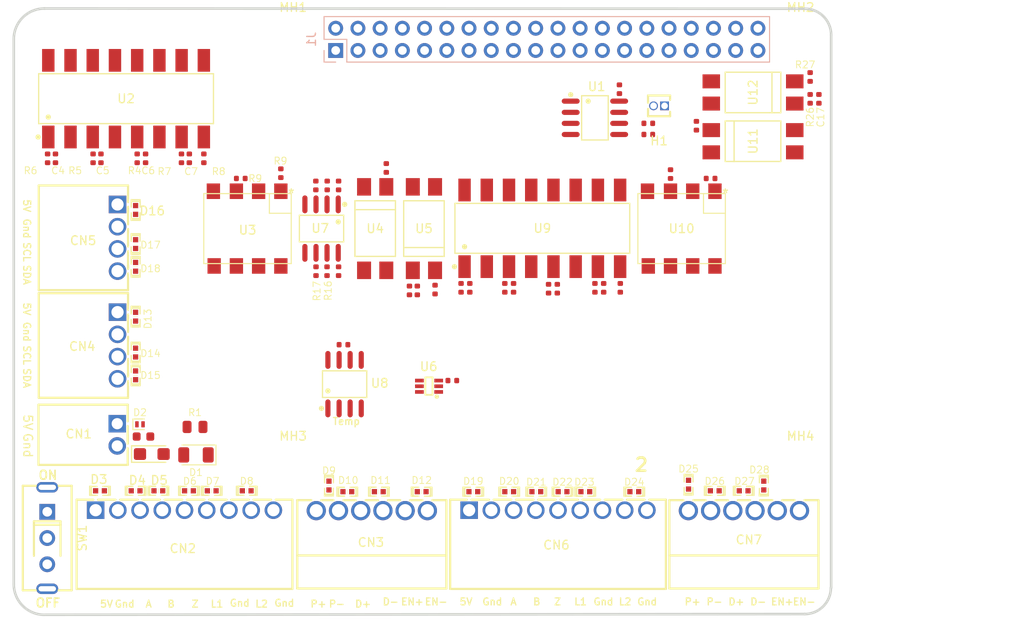
<source format=kicad_pcb>
(kicad_pcb (version 20241229) (generator "pcbnew") (generator_version "9.0")
  (title_block (date "15 nov 2012"))
  (layers (0 "F.Cu" signal) (4 "In1.Cu" power) (6 "In2.Cu" power) (2 "B.Cu" signal) (13 "F.Paste" user) (15 "B.Paste" user) (5 "F.SilkS" user "F.Silkscreen") (7 "B.SilkS" user "B.Silkscreen") (1 "F.Mask" user) (3 "B.Mask" user) (25 "Edge.Cuts" user))
  (net 0 "")
  (net 1 "GNDIO")
  (net 2 "+5V")
  (net 3 "/GPIO4{slash}GPCLK0")
  (net 4 "/GPIO14{slash}TXD0")
  (net 5 "/GPIO15{slash}RXD0")
  (net 6 "/IO/LIM_1")
  (net 7 "/IO/PUL-")
  (net 8 "Net-(D1-K)")
  (net 9 "/IO/DIR-")
  (net 10 "/IO/MF-")
  (net 11 "/GPIO10{slash}SPI0.MOSI")
  (net 12 "/GPIO9{slash}SPI0.MISO")
  (net 13 "/IO/LIM_2")
  (net 14 "/GPIO11{slash}SPI0.SCLK")
  (net 15 "/GPIO8{slash}SPI0.CE0")
  (net 16 "/GPIO7{slash}SPI0.CE1")
  (net 17 "/ID_SDA")
  (net 18 "/ID_SCL")
  (net 19 "/I2C/SDA")
  (net 20 "/I2C/SCL")
  (net 21 "/io2/LIM_1")
  (net 22 "/io2/PUL-")
  (net 23 "Net-(D2-K)")
  (net 24 "GNDPI")
  (net 27 "/io2/DIR-")
  (net 28 "/io2/MF-")
  (net 29 "E_PUL{slash}18")
  (net 30 "E_ENC_B{slash}22")
  (net 31 "E_DIR{slash}23")
  (net 32 "E_MF{slash}24")
  (net 33 "E_ENC_Z{slash}27")
  (net 34 "E_ENC_A{slash}17")
  (net 35 "/io2/LIM_2")
  (net 36 "A_LIM_2{slash}21")
  (net 37 "PI_SDA")
  (net 38 "A_ENC_A{slash}5")
  (net 39 "A_PUL{slash}13")
  (net 40 "A_MF{slash}20")
  (net 41 "PI_SCL")
  (net 42 "A_DIR{slash}19")
  (net 43 "A_LIM_1{slash}12")
  (net 44 "E_LIM_2{slash}16")
  (net 45 "E_LIM_1{slash}25")
  (net 46 "+3.3V")
  (net 47 "A_ENC_B{slash}6")
  (net 48 "/IO/ENC_B")
  (net 49 "/IO/ENC_A")
  (net 50 "/IO/ENC_Z")
  (net 51 "/io2/ENC_Z")
  (net 52 "/io2/ENC_B")
  (net 53 "/io2/ENC_A")
  (net 54 "A_ENC_Z{slash}26")
  (net 55 "Net-(U1-WP)")
  (net 57 "Net-(U2-AN1)")
  (net 58 "Net-(U2-AN2)")
  (net 59 "Net-(U2-AN3)")
  (net 60 "Net-(U2-AN4)")
  (net 61 "Net-(U9-AN1)")
  (net 62 "Net-(U9-AN2)")
  (net 63 "Net-(U9-AN3)")
  (net 64 "Net-(U9-AN4)")
  (net 65 "Net-(C17-Pad1)")
  (net 68 "Net-(R10-Pad2)")
  (net 69 "Net-(R25-Pad2)")
  (net 70 "Net-(C8-Pad1)")
  (net 71 "Net-(R9-Pad2)")
  (net 72 "Net-(R11-Pad2)")
  (net 73 "Net-(R23-Pad2)")
  (net 74 "Net-(R24-Pad2)")
  (footprint "MyParts:CONN-TH_4P-P2.54_KF2EDGR-2.54-4P" (layer "F.Cu") (at 83.434 82.49 -90)
    (property "Reference" "CN4" (at 0.11 4.034 0) (layer "F.SilkS"))
    (property "Value" "KF2EDGR-2.54-4P")
    (pad "1" thru_hole rect (at -3.81 0 270) (size 2 2) (drill 1.399997) (layers "*.Cu" "*.Mask") (net 2 "+5V"))
    (pad "2" thru_hole circle (at -1.27 0 270) (size 2 2) (drill 1.399997) (layers "*.Cu" "*.Mask") (net 1 "GNDIO"))
    (pad "3" thru_hole circle (at 1.27 0 270) (size 2 2) (drill 1.399997) (layers "*.Cu" "*.Mask") (net 20 "/I2C/SCL"))
    (pad "4" thru_hole circle (at 3.81 0 270) (size 2 2) (drill 1.399997) (layers "*.Cu" "*.Mask") (net 19 "/I2C/SDA"))
  )
  (footprint "MyParts:CONN-TH_KF2EDGR-2.54-6P" (layer "F.Cu") (at 112.5 101.3675)
    (property "Reference" "CN3" (at -0.1 3.6325 0) (layer "F.SilkS"))
    (property "Value" "KF2EDGR-2.54-6P")
    (pad "1" thru_hole circle (at -6.35 0) (size 2.2 2.2) (drill 1.500022) (layers "*.Cu" "*.Mask") (net 2 "+5V"))
    (pad "2" thru_hole circle (at -3.81 0) (size 2.2 2.2) (drill 1.500022) (layers "*.Cu" "*.Mask") (net 7 "/IO/PUL-"))
    (pad "3" thru_hole circle (at -1.27 0) (size 2.2 2.2) (drill 1.500022) (layers "*.Cu" "*.Mask") (net 2 "+5V"))
    (pad "4" thru_hole circle (at 1.27 0) (size 2.2 2.2) (drill 1.500022) (layers "*.Cu" "*.Mask") (net 9 "/IO/DIR-"))
    (pad "5" thru_hole circle (at 3.81 0) (size 2.2 2.2) (drill 1.500022) (layers "*.Cu" "*.Mask") (net 2 "+5V"))
    (pad "6" thru_hole circle (at 6.35 0) (size 2.2 2.2) (drill 1.500022) (layers "*.Cu" "*.Mask") (net 10 "/IO/MF-"))
  )
  (footprint "PCM_JLCPCB:R_0402" (layer "F.Cu") (at 132.7 76 -90)
    (property "Reference" "R18" (hide yes))
    (property "Value" "1kΩ" (hide yes))
    (pad "1" smd roundrect (at -0.5 0 270) (size 0.56 0.62) (layers "F.Cu" "F.Mask" "F.Paste") (net 51 "/io2/ENC_Z"))
    (pad "2" smd roundrect (at 0.5 0 270) (size 0.56 0.62) (layers "F.Cu" "F.Mask" "F.Paste") (net 63 "Net-(U9-AN3)"))
  )
  (footprint "MountingHole:MountingHole_2.7mm_M2.5" (layer "F.Cu") (at 161.5 47.5)
    (property "Reference" "MH2" (at 0 -3.65 0) (layer "F.SilkS"))
    (property "Value" "MountingHole_2.7mm_M2.5")
    (pad "" np_thru_hole circle (at 0 0) (size 2.7 2.7) (drill 2.7) (layers "*.Cu" "*.Mask"))
  )
  (footprint "MyParts:D0402-BI" (layer "F.Cu") (at 91.6 99.1)
    (property "Reference" "D6" (at 0.1 -1.1 0) (layer "F.SilkS") (effects (font (size 0.8 0.8) (thickness 0.1))))
    (property "Value" "TPESD0402G05V")
    (pad "1" smd rect (at -0.5 0) (size 0.6 0.6) (layers "F.Cu" "F.Mask" "F.Paste") (net 50 "/IO/ENC_Z"))
    (pad "2" smd rect (at 0.5 0) (size 0.6 0.6) (layers "F.Cu" "F.Mask" "F.Paste") (net 1 "GNDIO"))
  )
  (footprint "PCM_JLCPCB:C_0402" (layer "F.Cu") (at 108.7 74 -90)
    (property "Reference" "C11" (hide yes))
    (property "Value" "100nF")
    (pad "1" smd roundrect (at -0.5 0 270) (size 0.56 0.62) (layers "F.Cu" "F.Mask" "F.Paste") (net 2 "+5V"))
    (pad "2" smd roundrect (at 0.5 0 270) (size 0.56 0.62) (layers "F.Cu" "F.Mask" "F.Paste") (net 1 "GNDIO"))
  )
  (footprint "MyParts:D0402-BI" (layer "F.Cu") (at 85.5 99.1 180)
    (property "Reference" "D4" (at -0.2 1.2 180) (layer "F.SilkS"))
    (property "Value" "TPESD0402G05V")
    (pad "1" smd rect (at -0.5 0 180) (size 0.6 0.6) (layers "F.Cu" "F.Mask" "F.Paste") (net 49 "/IO/ENC_A"))
    (pad "2" smd rect (at 0.5 0 180) (size 0.6 0.6) (layers "F.Cu" "F.Mask" "F.Paste") (net 1 "GNDIO"))
  )
  (footprint "MyParts:SOIC-8_L4.9-W3.9-P1.27-LS6.0-BL" (layer "F.Cu") (at 109.39 86.91)
    (property "Reference" "U8" (at 4.01 -0.11 0) (layer "F.SilkS"))
    (property "Value" "LM75BIMX-5/NOPB")
    (pad "1" smd oval (at -1.91 2.77) (size 0.59 2.05) (layers "F.Cu" "F.Mask" "F.Paste") (net 19 "/I2C/SDA"))
    (pad "2" smd oval (at -0.63 2.77) (size 0.59 2.05) (layers "F.Cu" "F.Mask" "F.Paste") (net 20 "/I2C/SCL"))
    (pad "3" smd oval (at 0.63 2.77) (size 0.59 2.05) (layers "F.Cu" "F.Mask" "F.Paste"))
    (pad "4" smd oval (at 1.9 2.77) (size 0.59 2.05) (layers "F.Cu" "F.Mask" "F.Paste") (net 1 "GNDIO"))
    (pad "5" smd oval (at 1.9 -2.77) (size 0.59 2.05) (layers "F.Cu" "F.Mask" "F.Paste") (net 1 "GNDIO"))
    (pad "6" smd oval (at 0.63 -2.77) (size 0.59 2.05) (layers "F.Cu" "F.Mask" "F.Paste") (net 1 "GNDIO"))
    (pad "7" smd oval (at -0.63 -2.77) (size 0.59 2.05) (layers "F.Cu" "F.Mask" "F.Paste") (net 2 "+5V"))
    (pad "8" smd oval (at -1.91 -2.77) (size 0.59 2.05) (layers "F.Cu" "F.Mask" "F.Paste") (net 2 "+5V"))
  )
  (footprint "MyParts:D0402-BI" (layer "F.Cu") (at 109.7 99.2)
    (property "Reference" "D10" (at 0.1 -1.3 0) (layer "F.SilkS") (effects (font (size 0.8 0.8) (thickness 0.1))))
    (property "Value" "TPESD0402G05V")
    (pad "1" smd rect (at -0.5 0) (size 0.6 0.6) (layers "F.Cu" "F.Mask" "F.Paste") (net 7 "/IO/PUL-"))
    (pad "2" smd rect (at 0.5 0) (size 0.6 0.6) (layers "F.Cu" "F.Mask" "F.Paste") (net 1 "GNDIO"))
  )
  (footprint "MyParts:D0402-BI" (layer "F.Cu") (at 98.2 99.1 180)
    (property "Reference" "D8" (at 0 1.1 0) (layer "F.SilkS") (effects (font (size 0.8 0.8) (thickness 0.1))))
    (property "Value" "TPESD0402G05V")
    (pad "1" smd rect (at -0.5 0 180) (size 0.6 0.6) (layers "F.Cu" "F.Mask" "F.Paste") (net 13 "/IO/LIM_2"))
    (pad "2" smd rect (at 0.5 0 180) (size 0.6 0.6) (layers "F.Cu" "F.Mask" "F.Paste") (net 1 "GNDIO"))
  )
  (footprint "MyParts:SW-TH_SS-12F45-GXXX" (layer "F.Cu") (at 75.4 104.5 -90)
    (property "Reference" "SW1" (at 0 -4 270) (layer "F.SilkS"))
    (property "Value" "SS-12F49-G050")
    (pad "1" thru_hole rect (at -3 0 270) (size 1.8 1.8) (drill 1.100023) (layers "*.Cu" "*.Mask") (net 23 "Net-(D2-K)"))
    (pad "2" thru_hole circle (at 0 0 270) (size 1.8 1.8) (drill 1.100023) (layers "*.Cu" "*.Mask") (net 2 "+5V"))
    (pad "3" thru_hole circle (at 3 0 270) (size 1.8 1.8) (drill 1.100023) (layers "*.Cu" "*.Mask") (net 1 "GNDIO"))
    (pad "4" thru_hole oval (at 5.8 0 270) (size 1.2 2.5) (drill oval 0.599999 1.999996) (layers "*.Cu" "*.Mask"))
    (pad "5" thru_hole oval (at -5.8 0 270) (size 1.2 2.5) (drill oval 0.599999 1.999996) (layers "*.Cu" "*.Mask"))
  )
  (footprint "MyParts:D0402-BI" (layer "F.Cu") (at 85.5 79.2 -90)
    (property "Reference" "D13" (at 0.25 -1.4 90) (layer "F.SilkS") (effects (font (size 0.8 0.8) (thickness 0.1))))
    (property "Value" "TPESD0402G05V")
    (pad "1" smd rect (at -0.5 0 270) (size 0.6 0.6) (layers "F.Cu" "F.Mask" "F.Paste") (net 2 "+5V"))
    (pad "2" smd rect (at 0.5 0 270) (size 0.6 0.6) (layers "F.Cu" "F.Mask" "F.Paste") (net 1 "GNDIO"))
  )
  (footprint "PCM_JLCPCB:R_0402" (layer "F.Cu") (at 138 75.9 90)
    (property "Reference" "R21" (hide yes))
    (property "Value" "220Ω" (hide yes))
    (pad "1" smd roundrect (at -0.5 0 90) (size 0.56 0.62) (layers "F.Cu" "F.Mask" "F.Paste") (net 2 "+5V"))
    (pad "2" smd roundrect (at 0.5 0 90) (size 0.56 0.62) (layers "F.Cu" "F.Mask" "F.Paste") (net 64 "Net-(U9-AN4)"))
  )
  (footprint "PCM_JLCPCB:C_0402" (layer "F.Cu") (at 91.64 61.1 -90)
    (property "Reference" "C7" (at 1.5 -0.2 0) (layer "F.SilkS") (effects (font (size 0.8 0.8) (thickness 0.1))))
    (property "Value" "100pF")
    (pad "1" smd roundrect (at -0.5 0 270) (size 0.56 0.62) (layers "F.Cu" "F.Mask" "F.Paste") (net 60 "Net-(U2-AN4)"))
    (pad "2" smd roundrect (at 0.5 0 270) (size 0.56 0.62) (layers "F.Cu" "F.Mask" "F.Paste") (net 1 "GNDIO"))
  )
  (footprint "MyParts:D0402-BI" (layer "F.Cu") (at 124.1 99.2)
    (property "Reference" "D19" (at 0 -1.2 0) (layer "F.SilkS") (effects (font (size 0.8 0.8) (thickness 0.1))))
    (property "Value" "TPESD0402G05V")
    (pad "1" smd rect (at -0.5 0) (size 0.6 0.6) (layers "F.Cu" "F.Mask" "F.Paste") (net 2 "+5V"))
    (pad "2" smd rect (at 0.5 0) (size 0.6 0.6) (layers "F.Cu" "F.Mask" "F.Paste") (net 1 "GNDIO"))
  )
  (footprint "PCM_JLCPCB:R_0402" (layer "F.Cu") (at 140.9 75.9 -90)
    (property "Reference" "R22" (hide yes))
    (property "Value" "22kΩ" (hide yes))
    (pad "1" smd roundrect (at -0.5 0 270) (size 0.56 0.62) (layers "F.Cu" "F.Mask" "F.Paste") (net 21 "/io2/LIM_1"))
    (pad "2" smd roundrect (at 0.5 0 270) (size 0.56 0.62) (layers "F.Cu" "F.Mask" "F.Paste") (net 1 "GNDIO"))
  )
  (footprint "PCM_JLCPCB:C_0402" (layer "F.Cu") (at 123.7 75.9 90)
    (property "Reference" "C13" (hide yes))
    (property "Value" "100pF")
    (pad "1" smd roundrect (at -0.5 0 90) (size 0.56 0.62) (layers "F.Cu" "F.Mask" "F.Paste") (net 1 "GNDIO"))
    (pad "2" smd roundrect (at 0.5 0 90) (size 0.56 0.62) (layers "F.Cu" "F.Mask" "F.Paste") (net 61 "Net-(U9-AN1)"))
  )
  (footprint "MyParts:D0402-BI" (layer "F.Cu") (at 85.5 67 90)
    (property "Reference" "D16" (at -0.1 1.9 180) (layer "F.SilkS"))
    (property "Value" "TPESD0402G05V")
    (pad "1" smd rect (at -0.5 0 90) (size 0.6 0.6) (layers "F.Cu" "F.Mask" "F.Paste") (net 1 "GNDIO"))
    (pad "2" smd rect (at 0.5 0 90) (size 0.6 0.6) (layers "F.Cu" "F.Mask" "F.Paste") (net 2 "+5V"))
  )
  (footprint "PCM_JLCPCB:R_0805" (layer "F.Cu") (at 92.29 91.8)
    (property "Reference" "R1" (at 0 -1.65 0) (layer "F.SilkS") (effects (font (size 0.8 0.8) (thickness 0.1))))
    (property "Value" "1kΩ")
    (pad "1" smd roundrect (at -0.91 0) (size 1.02 1.4) (layers "F.Cu" "F.Mask" "F.Paste") (roundrect_rratio 0.243902) (net 8 "Net-(D1-K)"))
    (pad "2" smd roundrect (at 0.91 0) (size 1.02 1.4) (layers "F.Cu" "F.Mask" "F.Paste") (roundrect_rratio 0.243902) (net 1 "GNDIO"))
  )
  (footprint "PCM_JLCPCB:R_0402" (layer "F.Cu") (at 90.74 61.1 90)
    (property "Reference" "R7" (at -1.5 -1.1 0) (layer "F.SilkS") (effects (font (size 0.8 0.8) (thickness 0.1)) (justify right)))
    (property "Value" "220Ω" (hide yes))
    (pad "1" smd roundrect (at -0.5 0 90) (size 0.56 0.62) (layers "F.Cu" "F.Mask" "F.Paste") (net 2 "+5V"))
    (pad "2" smd roundrect (at 0.5 0 90) (size 0.56 0.62) (layers "F.Cu" "F.Mask" "F.Paste") (net 60 "Net-(U2-AN4)"))
  )
  (footprint "LED_SMD:LED_1206_3216Metric" (layer "F.Cu") (at 92.4 95 180)
    (property "Reference" "D1" (at 0 -2 180) (layer "F.SilkS") (effects (font (size 0.8 0.8) (thickness 0.1))))
    (property "Value" "LED")
    (pad "1" smd roundrect (at -1.4 0 180) (size 1.25 1.75) (layers "F.Cu" "F.Mask" "F.Paste") (roundrect_rratio 0.2) (net 8 "Net-(D1-K)"))
    (pad "2" smd roundrect (at 1.4 0 180) (size 1.25 1.75) (layers "F.Cu" "F.Mask" "F.Paste") (roundrect_rratio 0.2) (net 2 "+5V"))
  )
  (footprint "PCM_JLCPCB:R_0402" (layer "F.Cu") (at 80.64 61.1 90)
    (property "Reference" "R5" (at -1.4 -1.2 0) (layer "F.SilkS") (effects (font (size 0.8 0.8) (thickness 0.1)) (justify right)))
    (property "Value" "1kΩ" (hide yes))
    (pad "1" smd roundrect (at -0.5 0 90) (size 0.56 0.62) (layers "F.Cu" "F.Mask" "F.Paste") (net 48 "/IO/ENC_B"))
    (pad "2" smd roundrect (at 0.5 0 90) (size 0.56 0.62) (layers "F.Cu" "F.Mask" "F.Paste") (net 58 "Net-(U2-AN2)"))
  )
  (footprint "PCM_JLCPCB:C_0402" (layer "F.Cu") (at 108.7 64.2 90)
    (property "Reference" "C10" (hide yes))
    (property "Value" "100nF")
    (pad "1" smd roundrect (at -0.5 0 90) (size 0.56 0.62) (layers "F.Cu" "F.Mask" "F.Paste") (net 46 "+3.3V"))
    (pad "2" smd roundrect (at 0.5 0 90) (size 0.56 0.62) (layers "F.Cu" "F.Mask" "F.Paste") (net 24 "GNDPI"))
  )
  (footprint "PCM_JLCPCB:R_0402" (layer "F.Cu") (at 75.44 61.1 90)
    (property "Reference" "R6" (at -1.4 -1.1 0) (layer "F.SilkS") (effects (font (size 0.8 0.8) (thickness 0.1)) (justify right)))
    (property "Value" "1kΩ" (hide yes))
    (pad "1" smd roundrect (at -0.5 0 90) (size 0.56 0.62) (layers "F.Cu" "F.Mask" "F.Paste") (net 49 "/IO/ENC_A"))
    (pad "2" smd roundrect (at 0.5 0 90) (size 0.56 0.62) (layers "F.Cu" "F.Mask" "F.Paste") (net 57 "Net-(U2-AN1)"))
  )
  (footprint "PCM_JLCPCB:R_0402" (layer "F.Cu") (at 119.7269 76.1 -90)
    (property "Reference" "R13" (hide yes))
    (property "Value" "22kΩ" (hide yes))
    (pad "1" smd roundrect (at -0.5 0 270) (size 0.56 0.62) (layers "F.Cu" "F.Mask" "F.Paste") (net 13 "/IO/LIM_2"))
    (pad "2" smd roundrect (at 0.5 0 270) (size 0.56 0.62) (layers "F.Cu" "F.Mask" "F.Paste") (net 1 "GNDIO"))
  )
  (footprint "PCM_JLCPCB:C_0402" (layer "F.Cu") (at 76.34 61.1 90)
    (property "Reference" "C4" (at -1.4 0.3 0) (layer "F.SilkS") (effects (font (size 0.8 0.8) (thickness 0.1))))
    (property "Value" "100pF")
    (pad "1" smd roundrect (at -0.5 0 90) (size 0.56 0.62) (layers "F.Cu" "F.Mask" "F.Paste") (net 1 "GNDIO"))
    (pad "2" smd roundrect (at 0.5 0 90) (size 0.56 0.62) (layers "F.Cu" "F.Mask" "F.Paste") (net 57 "Net-(U2-AN1)"))
  )
  (footprint "MyParts:D0402-BI" (layer "F.Cu") (at 81.43 99.1)
    (property "Reference" "D3" (at -0.13 -1.3 0) (layer "F.SilkS"))
    (property "Value" "TPESD0402G05V")
    (pad "1" smd rect (at -0.5 0) (size 0.6 0.6) (layers "F.Cu" "F.Mask" "F.Paste") (net 2 "+5V"))
    (pad "2" smd rect (at 0.5 0) (size 0.6 0.6) (layers "F.Cu" "F.Mask" "F.Paste") (net 1 "GNDIO"))
  )
  (footprint "MyParts:D0402-BI" (layer "F.Cu") (at 134.3 99.2)
    (property "Reference" "D22" (at 0 -1.1 0) (layer "F.SilkS") (effects (font (size 0.8 0.8) (thickness 0.1))))
    (property "Value" "TPESD0402G05V")
    (pad "1" smd rect (at -0.5 0) (size 0.6 0.6) (layers "F.Cu" "F.Mask" "F.Paste") (net 51 "/io2/ENC_Z"))
    (pad "2" smd rect (at 0.5 0) (size 0.6 0.6) (layers "F.Cu" "F.Mask" "F.Paste") (net 1 "GNDIO"))
  )
  (footprint "MyParts:CONN-TH_KF2EDGR-2.54-6P" (layer "F.Cu") (at 155.0325 101.3675)
    (property "Reference" "CN7" (at 0.5675 3.3325 0) (layer "F.SilkS"))
    (property "Value" "KF2EDGR-2.54-6P")
    (pad "1" thru_hole circle (at -6.35 0) (size 2.2 2.2) (drill 1.500022) (layers "*.Cu" "*.Mask") (net 2 "+5V"))
    (pad "2" thru_hole circle (at -3.81 0) (size 2.2 2.2) (drill 1.500022) (layers "*.Cu" "*.Mask") (net 22 "/io2/PUL-"))
    (pad "3" thru_hole circle (at -1.27 0) (size 2.2 2.2) (drill 1.500022) (layers "*.Cu" "*.Mask") (net 2 "+5V"))
    (pad "4" thru_hole circle (at 1.27 0) (size 2.2 2.2) (drill 1.500022) (layers "*.Cu" "*.Mask") (net 27 "/io2/DIR-"))
    (pad "5" thru_hole circle (at 3.81 0) (size 2.2 2.2) (drill 1.500022) (layers "*.Cu" "*.Mask") (net 2 "+5V"))
    (pad "6" thru_hole circle (at 6.35 0) (size 2.2 2.2) (drill 1.500022) (layers "*.Cu" "*.Mask") (net 28 "/io2/MF-"))
  )
  (footprint "MyParts:D0402-BI" (layer "F.Cu") (at 85.5 73.5 -90)
    (property "Reference" "D18" (at 0.2 -1.7 180) (layer "F.SilkS") (effects (font (size 0.8 0.8) (thickness 0.1))))
    (property "Value" "TPESD0402G05V")
    (pad "1" smd rect (at -0.5 0 270) (size 0.6 0.6) (layers "F.Cu" "F.Mask" "F.Paste") (net 1 "GNDIO"))
    (pad "2" smd rect (at 0.5 0 270) (size 0.6 0.6) (layers "F.Cu" "F.Mask" "F.Paste") (net 19 "/I2C/SDA"))
  )
  (footprint "PCM_JLCPCB:R_0402" (layer "F.Cu") (at 128.7 75.9 90)
    (property "Reference" "R19" (hide yes))
    (property "Value" "1kΩ" (hide yes))
    (pad "1" smd roundrect (at -0.5 0 90) (size 0.56 0.62) (layers "F.Cu" "F.Mask" "F.Paste") (net 52 "/io2/ENC_B"))
    (pad "2" smd roundrect (at 0.5 0 90) (size 0.56 0.62) (layers "F.Cu" "F.Mask" "F.Paste") (net 62 "Net-(U9-AN2)"))
  )
  (footprint "MyParts:D0402-BI" (layer "F.Cu") (at 88.1 99.1 180)
    (property "Reference" "D5" (at -0.1 1.2 180) (layer "F.SilkS"))
    (property "Value" "TPESD0402G05V")
    (pad "1" smd rect (at -0.5 0 180) (size 0.6 0.6) (layers "F.Cu" "F.Mask" "F.Paste") (net 48 "/IO/ENC_B"))
    (pad "2" smd rect (at 0.5 0 180) (size 0.6 0.6) (layers "F.Cu" "F.Mask" "F.Paste") (net 1 "GNDIO"))
  )
  (footprint "PCM_JLCPCB:R_0402" (layer "F.Cu") (at 122.7 75.9 90)
    (property "Reference" "R20" (hide yes))
    (property "Value" "1kΩ" (hide yes))
    (pad "1" smd roundrect (at -0.5 0 90) (size 0.56 0.62) (layers "F.Cu" "F.Mask" "F.Paste") (net 53 "/io2/ENC_A"))
    (pad "2" smd roundrect (at 0.5 0 90) (size 0.56 0.62) (layers "F.Cu" "F.Mask" "F.Paste") (net 61 "Net-(U9-AN1)"))
  )
  (footprint "MyParts:D0402-BI" (layer "F.Cu") (at 148.7 98.4 90)
    (property "Reference" "D25" (at 1.8 0 180) (layer "F.SilkS") (effects (font (size 0.8 0.8) (thickness 0.1))))
    (property "Value" "TPESD0402G05V")
    (pad "1" smd rect (at -0.5 0 90) (size 0.6 0.6) (layers "F.Cu" "F.Mask" "F.Paste") (net 2 "+5V"))
    (pad "2" smd rect (at 0.5 0 90) (size 0.6 0.6) (layers "F.Cu" "F.Mask" "F.Paste") (net 1 "GNDIO"))
  )
  (footprint "PCM_JLCPCB:R_0402" (layer "F.Cu") (at 144.1 57.1 180)
    (property "Reference" "R2" (hide yes))
    (property "Value" "3.9kΩ" (hide yes))
    (pad "1" smd roundrect (at -0.5 0 180) (size 0.56 0.62) (layers "F.Cu" "F.Mask" "F.Paste") (net 46 "+3.3V"))
    (pad "2" smd roundrect (at 0.5 0 180) (size 0.56 0.62) (layers "F.Cu" "F.Mask" "F.Paste") (net 18 "/ID_SCL"))
  )
  (footprint "PCM_JLCPCB:C_CASE-A-3216-18(mm)" (layer "F.Cu") (at 87.35 94.9)
    (property "Reference" "C2" (hide yes))
    (property "Value" "10uF")
    (pad "1" smd roundrect (at -1.35 0) (size 1.4 1.35) (layers "F.Cu" "F.Mask" "F.Paste") (roundrect_rratio 0.185185) (net 23 "Net-(D2-K)"))
    (pad "2" smd roundrect (at 1.35 0) (size 1.4 1.35) (layers "F.Cu" "F.Mask" "F.Paste") (roundrect_rratio 0.185185) (net 1 "GNDIO"))
  )
  (footprint "MyParts:CONN-TH_9P-P2.54_KF2EDGR-2.54-9P" (layer "F.Cu") (at 91.09 101.3175)
    (property "Reference" "CN2" (at -0.19 4.3825 0) (layer "F.SilkS"))
    (property "Value" "KF2EDGR-2.54-9P")
    (pad "1" thru_hole rect (at -10.16 0) (size 2 2) (drill 1.399997) (layers "*.Cu" "*.Mask") (net 2 "+5V"))
    (pad "2" thru_hole circle (at -7.62 0) (size 2 2) (drill 1.399997) (layers "*.Cu" "*.Mask") (net 1 "GNDIO"))
    (pad "3" thru_hole circle (at -5.08 0) (size 2 2) (drill 1.399997) (layers "*.Cu" "*.Mask") (net 49 "/IO/ENC_A"))
    (pad "4" thru_hole circle (at -2.54 0) (size 2 2) (drill 1.399997) (layers "*.Cu" "*.Mask") (net 48 "/IO/ENC_B"))
    (pad "5" thru_hole circle (at 0 0) (size 2 2) (drill 1.399997) (layers "*.Cu" "*.Mask") (net 50 "/IO/ENC_Z"))
    (pad "6" thru_hole circle (at 2.54 0) (size 2 2) (drill 1.399997) (layers "*.Cu" "*.Mask") (net 6 "/IO/LIM_1"))
    (pad "7" thru_hole circle (at 5.08 0) (size 2 2) (drill 1.399997) (layers "*.Cu" "*.Mask") (net 1 "GNDIO"))
    (pad "8" thru_hole circle (at 7.62 0) (size 2 2) (drill 1.399997) (layers "*.Cu" "*.Mask") (net 13 "/IO/LIM_2"))
    (pad "9" thru_hole circle (at 10.16 0) (size 2 2) (drill 1.399997) (layers "*.Cu" "*.Mask") (net 1 "GNDIO"))
  )
  (footprint "MyParts:D0402-BI" (layer "F.Cu") (at 155 99.1 180)
    (property "Reference" "D27" (at -0.1 1.1 0) (layer "F.SilkS") (effects (font (size 0.8 0.8) (thickness 0.1))))
    (property "Value" "TPESD0402G05V")
    (pad "1" smd rect (at -0.5 0 180) (size 0.6 0.6) (layers "F.Cu" "F.Mask" "F.Paste") (net 27 "/io2/DIR-"))
    (pad "2" smd rect (at 0.5 0 180) (size 0.6 0.6) (layers "F.Cu" "F.Mask" "F.Paste") (net 1 "GNDIO"))
  )
  (footprint "MyParts:CONN-TH_P2.54_KF2EDGR-2.54-2P" (layer "F.Cu") (at 83.4 92.7 -90)
    (property "Reference" "CN1" (at -0.1 4.4 0) (layer "F.SilkS"))
    (property "Value" "KF2EDGR-2.54-2P")
    (pad "1" thru_hole rect (at -1.27 0 270) (size 2 2) (drill 1.280008) (layers "*.Cu" "*.Mask") (net 23 "Net-(D2-K)"))
    (pad "2" thru_hole circle (at 1.27 0 270) (size 2 2) (drill 1.280008) (layers "*.Cu" "*.Mask") (net 1 "GNDIO"))
  )
  (footprint "PCM_JLCPCB:C_0603" (layer "F.Cu") (at 86.4 92.9)
    (property "Reference" "C1" (hide yes))
    (property "Value" "100nF")
    (pad "1" smd roundrect (at -0.78 0) (size 0.9 0.95) (layers "F.Cu" "F.Mask" "F.Paste") (net 23 "Net-(D2-K)"))
    (pad "2" smd roundrect (at 0.78 0) (size 0.9 0.95) (layers "F.Cu" "F.Mask" "F.Paste") (net 1 "GNDIO"))
  )
  (footprint "PCM_JLCPCB:R_0402" (layer "F.Cu") (at 106.1 64.2 -90)
    (property "Reference" "R14" (hide yes))
    (property "Value" "4.7kΩ" (hide yes))
    (pad "1" smd roundrect (at -0.5 0 270) (size 0.56 0.62) (layers "F.Cu" "F.Mask" "F.Paste") (net 46 "+3.3V"))
    (pad "2" smd roundrect (at 0.5 0 270) (size 0.56 0.62) (layers "F.Cu" "F.Mask" "F.Paste") (net 41 "PI_SCL"))
  )
  (footprint "PCM_JLCPCB:R_0402" (layer "F.Cu") (at 114.152925 62.2 -90)
    (property "Reference" "R11" (hide yes))
    (property "Value" "1kΩ" (hide yes))
    (pad "1" smd roundrect (at -0.5 0 270) (size 0.56 0.62) (layers "F.Cu" "F.Mask" "F.Paste") (net 32 "E_MF{slash}24"))
    (pad "2" smd roundrect (at 0.5 0 270) (size 0.56 0.62) (layers "F.Cu" "F.Mask" "F.Paste") (net 72 "Net-(R11-Pad2)"))
  )
  (footprint "PCM_JLCPCB:C_0402" (layer "F.Cu") (at 163.6 54.3 90)
    (property "Reference" "C17" (at -2.1 0.2 90) (layer "F.SilkS") (effects (font (size 0.8 0.8) (thickness 0.1))))
    (property "Value" "100pF")
    (pad "1" smd roundrect (at -0.5 0 90) (size 0.56 0.62) (layers "F.Cu" "F.Mask" "F.Paste") (net 65 "Net-(C17-Pad1)"))
    (pad "2" smd roundrect (at 0.5 0 90) (size 0.56 0.62) (layers "F.Cu" "F.Mask" "F.Paste") (net 1 "GNDIO"))
  )
  (footprint "PCM_JLCPCB:C_0402" (layer "F.Cu") (at 116.8 76.2 -90)
    (property "Reference" "C8" (hide yes))
    (property "Value" "100pF")
    (pad "1" smd roundrect (at -0.5 0 270) (size 0.56 0.62) (layers "F.Cu" "F.Mask" "F.Paste") (net 70 "Net-(C8-Pad1)"))
    (pad "2" smd roundrect (at 0.5 0 270) (size 0.56 0.62) (layers "F.Cu" "F.Mask" "F.Paste") (net 1 "GNDIO"))
  )
  (footprint "PCM_JLCPCB:R_0402" (layer "F.Cu") (at 107.38015 74 -90)
    (property "Reference" "R16" (at 1 -0.11985 90) (layer "F.SilkS") (effects (font (size 0.8 0.8) (thickness 0.1)) (justify right)))
    (property "Value" "4.7kΩ" (hide yes))
    (pad "1" smd roundrect (at -0.5 0 270) (size 0.56 0.62) (layers "F.Cu" "F.Mask" "F.Paste") (net 2 "+5V"))
    (pad "2" smd roundrect (at 0.5 0 270) (size 0.56 0.62) (layers "F.Cu" "F.Mask" "F.Paste") (net 19 "/I2C/SDA"))
  )
  (footprint "MyParts:LTV817S" (layer "F.Cu") (at 112.882925 69.13 180)
    (property "Reference" "U4" (at 0 0 0) (layer "F.SilkS"))
    (property "Value" "LTV-817S-TA1")
    (pad "1" smd rect (at -1.27 4.77 180) (size 1.6 2) (layers "F.Cu" "F.Mask" "F.Paste") (net 72 "Net-(R11-Pad2)"))
    (pad "2" smd rect (at 1.27 4.77 180) (size 1.6 2) (layers "F.Cu" "F.Mask" "F.Paste") (net 24 "GNDPI"))
    (pad "3" smd rect (at 1.27 -4.77 180) (size 1.6 2) (layers "F.Cu" "F.Mask" "F.Paste") (net 1 "GNDIO"))
    (pad "4" smd rect (at -1.27 -4.77 180) (size 1.6 2) (layers "F.Cu" "F.Mask" "F.Paste") (net 10 "/IO/MF-"))
  )
  (footprint "MountingHole:MountingHole_2.7mm_M2.5" (layer "F.Cu") (at 103.5 96.5)
    (property "Reference" "MH3" (at 0 -3.65 0) (layer "F.SilkS"))
    (property "Value" "MountingHole_2.7mm_M2.5")
    (pad "" np_thru_hole circle (at 0 0) (size 2.7 2.7) (drill 2.7) (layers "*.Cu" "*.Mask"))
  )
  (footprint "PCM_JLCPCB:R_0402" (layer "F.Cu") (at 85.68 61.1 90)
    (property "Reference" "R4" (at -1.4 0.56 0) (layer "F.SilkS") (effects (font (size 0.8 0.8) (thickness 0.1)) (justify right)))
    (property "Value" "1kΩ" (hide yes))
    (pad "1" smd roundrect (at -0.5 0 90) (size 0.56 0.62) (layers "F.Cu" "F.Mask" "F.Paste") (net 50 "/IO/ENC_Z"))
    (pad "2" smd roundrect (at 0.5 0 90) (size 0.56 0.62) (layers "F.Cu" "F.Mask" "F.Paste") (net 59 "Net-(U2-AN3)"))
  )
  (footprint "MyParts:D0402-BI" (layer "F.Cu") (at 85.5 83.3 90)
    (property "Reference" "D14" (at -0.1 1.7 180) (layer "F.SilkS") (effects (font (size 0.8 0.8) (thickness 0.1))))
    (property "Value" "TPESD0402G05V")
    (pad "1" smd rect (at -0.5 0 90) (size 0.6 0.6) (layers "F.Cu" "F.Mask" "F.Paste") (net 20 "/I2C/SCL"))
    (pad "2" smd rect (at 0.5 0 90) (size 0.6 0.6) (layers "F.Cu" "F.Mask" "F.Paste") (net 1 "GNDIO"))
  )
  (footprint "MyParts:D0402-BI" (layer "F.Cu") (at 113.3 99.2 180)
    (property "Reference" "D11" (at -0.2 1.3 0) (layer "F.SilkS") (effects (font (size 0.8 0.8) (thickness 0.1))))
    (property "Value" "TPESD0402G05V")
    (pad "1" smd rect (at -0.5 0 180) (size 0.6 0.6) (layers "F.Cu" "F.Mask" "F.Paste") (net 9 "/IO/DIR-"))
    (pad "2" smd rect (at 0.5 0 180) (size 0.6 0.6) (layers "F.Cu" "F.Mask" "F.Paste") (net 1 "GNDIO"))
  )
  (footprint "MyParts:LTV817S" (layer "F.Cu") (at 118.4569 69.13)
    (property "Reference" "U5" (at 0 0 180) (layer "F.SilkS"))
    (property "Value" "LTV-817S-TA1")
    (pad "1" smd rect (at -1.27 4.77) (size 1.6 2) (layers "F.Cu" "F.Mask" "F.Paste") (net 70 "Net-(C8-Pad1)"))
    (pad "2" smd rect (at 1.27 4.77) (size 1.6 2) (layers "F.Cu" "F.Mask" "F.Paste") (net 13 "/IO/LIM_2"))
    (pad "3" smd rect (at 1.27 -4.77) (size 1.6 2) (layers "F.Cu" "F.Mask" "F.Paste") (net 24 "GNDPI"))
    (pad "4" smd rect (at -1.27 -4.77) (size 1.6 2) (layers "F.Cu" "F.Mask" "F.Paste") (net 44 "E_LIM_2{slash}16"))
  )
  (footprint "PCM_JLCPCB:R_0402" (layer "F.Cu") (at 149.6 57.373975 -90)
    (property "Reference" "R25" (hide yes))
    (property "Value" "1kΩ" (hide yes))
    (pad "1" smd roundrect (at -0.5 0 270) (size 0.56 0.62) (layers "F.Cu" "F.Mask" "F.Paste") (net 40 "A_MF{slash}20"))
    (pad "2" smd roundrect (at 0.5 0 270) (size 0.56 0.62) (layers "F.Cu" "F.Mask" "F.Paste") (net 69 "Net-(R25-Pad2)"))
  )
  (footprint "MountingHole:MountingHole_2.7mm_M2.5" (layer "F.Cu") (at 103.5 47.5)
    (property "Reference" "MH1" (at 0 -3.65 0) (layer "F.SilkS"))
    (property "Value" "MountingHole_2.7mm_M2.5")
    (pad "" np_thru_hole circle (at 0 0) (size 2.7 2.7) (drill 2.7) (layers "*.Cu" "*.Mask"))
  )
  (footprint "MyParts:CONN-TH_4P-P2.54_KF2EDGR-2.54-4P" (layer "F.Cu") (at 83.434 70.1825 -90)
    (property "Reference" "CN5" (at 0.3175 3.934 0) (layer "F.SilkS"))
    (property "Value" "KF2EDGR-2.54-4P")
    (pad "1" thru_hole rect (at -3.81 0 270) (size 2 2) (drill 1.399997) (layers "*.Cu" "*.Mask") (net 2 "+5V"))
    (pad "2" thru_hole circle (at -1.27 0 270) (size 2 2) (drill 1.399997) (layers "*.Cu" "*.Mask") (net 1 "GNDIO"))
    (pad "3" thru_hole circle (at 1.27 0 270) (size 2 2) (drill 1.399997) (layers "*.Cu" "*.Mask") (net 20 "/I2C/SCL"))
    (pad "4" thru_hole circle (at 3.81 0 270) (size 2 2) (drill 1.399997) (layers "*.Cu" "*.Mask") (net 19 "/I2C/SDA"))
  )
  (footprint "MyParts:D0402-BI" (layer "F.Cu") (at 142.5 99.2)
    (property "Reference" "D24" (at 0 -1.1 0) (layer "F.SilkS") (effects (font (size 0.8 0.8) (thickness 0.1))))
    (property "Value" "TPESD0402G05V")
    (pad "1" smd rect (at -0.5 0) (size 0.6 0.6) (layers "F.Cu" "F.Mask" "F.Paste") (net 35 "/io2/LIM_2"))
    (pad "2" smd rect (at 0.5 0) (size 0.6 0.6) (layers "F.Cu" "F.Mask" "F.Paste") (net 1 "GNDIO"))
  )
  (footprint "MyParts:D0402-BI" (layer "F.Cu") (at 151.7 99.1)
    (property "Reference" "D26" (at 0 -1.1 0) (layer "F.SilkS") (effects (font (size 0.8 0.8) (thickness 0.1))))
    (property "Value" "TPESD0402G05V")
    (pad "1" smd rect (at -0.5 0) (size 0.6 0.6) (layers "F.Cu" "F.Mask" "F.Paste") (net 22 "/io2/PUL-"))
    (pad "2" smd rect (at 0.5 0) (size 0.6 0.6) (layers "F.Cu" "F.Mask" "F.Paste") (net 1 "GNDIO"))
  )
  (footprint "MyParts:SMD-16_L20.0-W6.5-P2.54-LS10.2-BL" (layer "F.Cu") (at 84.41 54.28)
    (property "Reference" "U2" (at 0 0 0) (layer "F.SilkS"))
    (property "Value" "LTV-847S")
    (pad "1" smd rect (at -8.89 4.38) (size 1.42 2.6) (layers "F.Cu" "F.Mask" "F.Paste") (net 57 "Net-(U2-AN1)"))
    (pad "2" smd rect (at -6.35 4.38) (size 1.42 2.6) (layers "F.Cu" "F.Mask" "F.Paste") (net 1 "GNDIO"))
    (pad "3" smd rect (at -3.81 4.38) (size 1.42 2.6) (layers "F.Cu" "F.Mask" "F.Paste") (net 58 "Net-(U2-AN2)"))
    (pad "4" smd rect (at -1.27 4.38) (size 1.42 2.6) (layers "F.Cu" "F.Mask" "F.Paste") (net 1 "GNDIO"))
    (pad "5" smd rect (at 1.27 4.38) (size 1.42 2.6) (layers "F.Cu" "F.Mask" "F.Paste") (net 59 "Net-(U2-AN3)"))
    (pad "6" smd rect (at 3.81 4.38) (size 1.42 2.6) (layers "F.Cu" "F.Mask" "F.Paste") (net 1 "GNDIO"))
    (pad "7" smd rect (at 6.35 4.38) (size 1.42 2.6) (layers "F.Cu" "F.Mask" "F.Paste") (net 60 "Net-(U2-AN4)"))
    (pad "8" smd rect (at 8.89 4.38) (size 1.42 2.6) (layers "F.Cu" "F.Mask" "F.Paste") (net 6 "/IO/LIM_1"))
    (pad "9" smd rect (at 8.89 -4.38) (size 1.42 2.6) (layers "F.Cu" "F.Mask" "F.Paste") (net 24 "GNDPI"))
    (pad "10" smd rect (at 6.35 -4.38) (size 1.42 2.6) (layers "F.Cu" "F.Mask" "F.Paste") (net 45 "E_LIM_1{slash}25"))
    (pad "11" smd rect (at 3.81 -4.38) (size 1.42 2.6) (layers "F.Cu" "F.Mask" "F.Paste") (net 24 "GNDPI"))
    (pad "12" smd rect (at 1.27 -4.38) (size 1.42 2.6) (layers "F.Cu" "F.Mask" "F.Paste") (net 33 "E_ENC_Z{slash}27"))
    (pad "13" smd rect (at -1.27 -4.38) (size 1.42 2.6) (layers "F.Cu" "F.Mask" "F.Paste") (net 24 "GNDPI"))
    (pad "14" smd rect (at -3.81 -4.38) (size 1.42 2.6) (layers "F.Cu" "F.Mask" "F.Paste") (net 30 "E_ENC_B{slash}22"))
    (pad "15" smd rect (at -6.35 -4.38) (size 1.42 2.6) (layers "F.Cu" "F.Mask" "F.Paste") (net 24 "GNDPI"))
    (pad "16" smd rect (at -8.89 -4.38) (size 1.42 2.6) (layers "F.Cu" "F.Mask" "F.Paste") (net 34 "E_ENC_A{slash}17"))
  )
  (footprint "MyParts:D0402-BI" (layer "F.Cu") (at 107.6 98.5 90)
    (property "Reference" "D9" (at 1.7 0 180) (layer "F.SilkS") (effects (font (size 0.8 0.8) (thickness 0.1))))
    (property "Value" "TPESD0402G05V")
    (pad "1" smd rect (at -0.5 0 90) (size 0.6 0.6) (layers "F.Cu" "F.Mask" "F.Paste") (net 2 "+5V"))
    (pad "2" smd rect (at 0.5 0 90) (size 0.6 0.6) (layers "F.Cu" "F.Mask" "F.Paste") (net 1 "GNDIO"))
  )
  (footprint "PCM_JLCPCB:R_0402" (layer "F.Cu") (at 97.520075 63.4 180)
    (property "Reference" "R9" (at -2.5 0 180) (layer "F.SilkS") (effects (font (size 0.8 0.8) (thickness 0.1)) (justify right)))
    (property "Value" "1kΩ" (hide yes))
    (pad "1" smd roundrect (at -0.5 0 180) (size 0.56 0.62) (layers "F.Cu" "F.Mask" "F.Paste") (net 31 "E_DIR{slash}23"))
    (pad "2" smd roundrect (at 0.5 0 180) (size 0.56 0.62) (layers "F.Cu" "F.Mask" "F.Paste") (net 68 "Net-(R10-Pad2)"))
  )
  (footprint "PCM_JLCPCB:C_0402" (layer "F.Cu") (at 133.7 76 90)
    (property "Reference" "C15" (hide yes))
    (property "Value" "100pF")
    (pad "1" smd roundrect (at -0.5 0 90) (size 0.56 0.62) (layers "F.Cu" "F.Mask" "F.Paste") (net 1 "GNDIO"))
    (pad "2" smd roundrect (at 0.5 0 90) (size 0.56 0.62) (layers "F.Cu" "F.Mask" "F.Paste") (net 63 "Net-(U9-AN3)"))
  )
  (footprint "MyParts:LTV817S" (layer "F.Cu") (at 156.07 53.57 90)
    (property "Reference" "U12" (at 0 0 270) (layer "F.SilkS"))
    (property "Value" "LTV-817S-TA1")
    (pad "1" smd rect (at -1.27 4.77 90) (size 1.6 2) (layers "F.Cu" "F.Mask" "F.Paste") (net 65 "Net-(C17-Pad1)"))
    (pad "2" smd rect (at 1.27 4.77 90) (size 1.6 2) (layers "F.Cu" "F.Mask" "F.Paste") (net 35 "/io2/LIM_2"))
    (pad "3" smd rect (at 1.27 -4.77 90) (size 1.6 2) (layers "F.Cu" "F.Mask" "F.Paste") (net 24 "GNDPI"))
    (pad "4" smd rect (at -1.27 -4.77 90) (size 1.6 2) (layers "F.Cu" "F.Mask" "F.Paste") (net 36 "A_LIM_2{slash}21"))
  )
  (footprint "MyParts:LTV827S-TA1" (layer "F.Cu") (at 98.290075 69.13 180)
    (property "Reference" "U3" (at -0.009925 -0.17 180) (layer "F.SilkS"))
    (property "Value" "LTV-827S-TA1")
    (fp_text user "*" (at -5 4 180) (layer "F.SilkS"))
    (pad "1" smd rect (at -3.81 4.27 180) (size 1.524 1.778) (layers "F.Cu" "F.Mask" "F.Paste") (net 71 "Net-(R9-Pad2)"))
    (pad "2" smd rect (at -1.27 4.27 180) (size 1.524 1.778) (layers "F.Cu" "F.Mask" "F.Paste") (net 24 "GNDPI"))
    (pad "3" smd rect (at 1.27 4.27 180) (size 1.524 1.778) (layers "F.Cu" "F.Mask" "F.Paste") (net 68 "Net-(R10-Pad2)"))
    (pad "4" smd rect (at 3.9 4.27 180) (size 1.524 1.778) (layers "F.Cu" "F.Mask" "F.Paste") (net 24 "GNDPI"))
    (pad "5" smd rect (at 3.81 -4.27 180) (size 1.524 1.778) (layers "F.Cu" "F.Mask" "F.Paste") (net 1 "GNDIO"))
    (pad "6" smd rect (at 1.27 -4.27 180) (size 1.524 1.778) (layers "F.Cu" "F.Mask" "F.Paste") (net 9 "/IO/DIR-"))
    (pad "7" smd rect (at -1.27 -4.27 180) (size 1.524 1.778) (layers "F.Cu" "F.Mask" "F.Paste") (net 1 "GNDIO"))
    (pad "8" smd rect (at -3.81 -4.27 180) (size 1.524 1.778) (layers "F.Cu" "F.Mask" "F.Paste") (net 7 "/IO/PUL-"))
  )
  (footprint "MyParts:SOIC-8_L4.9-W3.9-P1.27-LS6.0-BL" (layer "F.Cu") (at 106.75015 69.13 180)
    (property "Reference" "U7" (at 0.15015 0.03 180) (layer "F.SilkS"))
    (property "Value" "ISO1540DR")
    (pad "1" smd oval (at -1.91 2.77 180) (size 0.59 2.05) (layers "F.Cu" "F.Mask" "F.Paste") (net 46 "+3.3V"))
    (pad "2" smd oval (at -0.63 2.77 180) (size 0.59 2.05) (layers "F.Cu" "F.Mask" "F.Paste") (net 37 "PI_SDA"))
    (pad "3" smd oval (at 0.63 2.77 180) (size 0.59 2.05) (layers "F.Cu" "F.Mask" "F.Paste") (net 41 "PI_SCL"))
    (pad "4" smd oval (at 1.9 2.77 180) (size 0.59 2.05) (layers "F.Cu" "F.Mask" "F.Paste") (net 24 "GNDPI"))
    (pad "5" smd oval (at 1.9 -2.77 180) (size 0.59 2.05) (layers "F.Cu" "F.Mask" "F.Paste") (net 1 "GNDIO"))
    (pad "6" smd oval (at 0.63 -2.77 180) (size 0.59 2.05) (layers "F.Cu" "F.Mask" "F.Paste") (net 20 "/I2C/SCL"))
    (pad "7" smd oval (at -0.63 -2.77 180) (size 0.59 2.05) (layers "F.Cu" "F.Mask" "F.Paste") (net 19 "/I2C/SDA"))
    (pad "8" smd oval (at -1.91 -2.77 180) (size 0.59 2.05) (layers "F.Cu" "F.Mask" "F.Paste") (net 2 "+5V"))
  )
  (footprint "MyParts:LTV827S-TA1" (layer "F.Cu") (at 147.90975 69.13 180)
    (property "Reference" "U10" (at 0 0 180) (layer "F.SilkS"))
    (property "Value" "LTV-827S-TA1")
    (fp_text user "*" (at -5 4 180) (layer "F.SilkS"))
    (pad "1" smd rect (at -3.81 4.27 180) (size 1.524 1.778) (layers "F.Cu" "F.Mask" "F.Paste") (net 73 "Net-(R23-Pad2)"))
    (pad "2" smd rect (at -1.27 4.27 180) (size 1.524 1.778) (layers "F.Cu" "F.Mask" "F.Paste") (net 24 "GNDPI"))
    (pad "3" smd rect (at 1.27 4.27 180) (size 1.524 1.778) (layers "F.Cu" "F.Mask" "F.Paste") (net 74 "Net-(R24-Pad2)"))
    (pad "4" smd rect (at 3.9 4.27 180) (size 1.524 1.778) (layers "F.Cu" "F.Mask" "F.Paste") (net 24 "GNDPI"))
    (pad "5" smd rect (at 3.81 -4.27 180) (size 1.524 1.778) (layers "F.Cu" "F.Mask" "F.Paste") (net 1 "GNDIO"))
    (pad "6" smd rect (at 1.27 -4.27 180) (size 1.524 1.778) (layers "F.Cu" "F.Mask" "F.Paste") (net 27 "/io2/DIR-"))
    (pad "7" smd rect (at -1.27 -4.27 180) (size 1.524 1.778) (layers "F.Cu" "F.Mask" "F.Paste") (net 1 "GNDIO"))
    (pad "8" smd rect (at -3.81 -4.27 180) (size 1.524 1.778) (layers "F.Cu" "F.Mask" "F.Paste") (net 22 "/io2/PUL-"))
  )
  (footprint "PCM_JLCPCB:C_0402" (layer "F.Cu") (at 81.54 61.1 90)
    (property "Reference" "C5" (at -1.4 0.2 0) (layer "F.SilkS") (effects (font (size 0.8 0.8) (thickness 0.1))))
    (property "Value" "100pF")
    (pad "1" smd roundrect (at -0.5 0 90) (size 0.56 0.62) (layers "F.Cu" "F.Mask" "F.Paste") (net 1 "GNDIO"))
    (pad "2" smd roundrect (at 0.5 0 90) (size 0.56 0.62) (layers "F.Cu" "F.Mask" "F.Paste") (net 58 "Net-(U2-AN2)"))
  )
  (footprint "MyParts:D0402-BI" (layer "F.Cu") (at 94.2 99.1)
    (property "Reference" "D7" (at 0.1 -1.1 0) (layer "F.SilkS") (effects (font (size 0.8 0.8) (thickness 0.1))))
    (property "Value" "TPESD0402G05V")
    (pad "1" smd rect (at -0.5 0) (size 0.6 0.6) (layers "F.Cu" "F.Mask" "F.Paste") (net 6 "/IO/LIM_1"))
    (pad "2" smd rect (at 0.5 0) (size 0.6 0.6) (layers "F.Cu" "F.Mask" "F.Paste") (net 1 "GNDIO"))
  )
  (footprint "MyParts:D0402-BI" (layer "F.Cu") (at 157.3 98.5 90)
    (property "Reference" "D28" (at 1.8 -0.5 180) (layer "F.SilkS") (effects (font (size 0.8 0.8) (thickness 0.1))))
    (property "Value" "TPESD0402G05V")
    (pad "1" smd rect (at -0.5 0 90) (size 0.6 0.6) (layers "F.Cu" "F.Mask" "F.Paste") (net 28 "/io2/MF-"))
    (pad "2" smd rect (at 0.5 0 90) (size 0.6 0.6) (layers "F.Cu" "F.Mask" "F.Paste") (net 1 "GNDIO"))
  )
  (footprint "PCM_JLCPCB:C_0402" (layer "F.Cu") (at 127.7 75.9 90)
    (property "Reference" "C14" (hide yes))
    (property "Value" "100pF")
    (pad "1" smd roundrect (at -0.5 0 90) (size 0.56 0.62) (layers "F.Cu" "F.Mask" "F.Paste") (net 1 "GNDIO"))
    (pad "2" smd roundrect (at 0.5 0 90) (size 0.56 0.62) (layers "F.Cu" "F.Mask" "F.Paste") (net 62 "Net-(U9-AN2)"))
  )
  (footprint "MyParts:SC-70-6_L2.2-W1.3-P0.65-LS2.2-BL" (layer "F.Cu") (at 119.04 87.15 90)
    (property "Reference" "U6" (at 2.25 -0.04 180) (layer "F.SilkS"))
    (property "Value" "LTC4311ISC6#TRPBF")
    (pad "1" smd rect (at -0.65 1.1 90) (size 0.42 1) (layers "F.Cu" "F.Mask" "F.Paste") (net 2 "+5V"))
    (pad "2" smd rect (at 0 1.1 90) (size 0.42 1) (layers "F.Cu" "F.Mask" "F.Paste") (net 1 "GNDIO"))
    (pad "3" smd rect (at 0.65 1.1 90) (size 0.42 1) (layers "F.Cu" "F.Mask" "F.Paste") (net 2 "+5V"))
    (pad "4" smd rect (at 0.65 -1.1 270) (size 0.42 1) (layers "F.Cu" "F.Mask" "F.Paste") (net 20 "/I2C/SCL"))
    (pad "5" smd rect (at 0 -1.1 270) (size 0.42 1) (layers "F.Cu" "F.Mask" "F.Paste") (net 1 "GNDIO"))
    (pad "6" smd rect (at -0.65 -1.1 270) (size 0.42 1) (layers "F.Cu" "F.Mask" "F.Paste") (net 19 "/I2C/SDA"))
  )
  (footprint "MyParts:SMD-16_L20.0-W6.5-P2.54-LS10.2-BL" (layer "F.Cu") (at 131.989675 69.1)
    (property "Reference" "U9" (at 0 0 0) (layer "F.SilkS"))
    (property "Value" "LTV-847S")
    (pad "1" smd rect (at -8.89 4.38) (size 1.42 2.6) (layers "F.Cu" "F.Mask" "F.Paste") (net 61 "Net-(U9-AN1)"))
    (pad "2" smd rect (at -6.35 4.38) (size 1.42 2.6) (layers "F.Cu" "F.Mask" "F.Paste") (net 1 "GNDIO"))
    (pad "3" smd rect (at -3.81 4.38) (size 1.42 2.6) (layers "F.Cu" "F.Mask" "F.Paste") (net 62 "Net-(U9-AN2)"))
    (pad "4" smd rect (at -1.27 4.38) (size 1.42 2.6) (layers "F.Cu" "F.Mask" "F.Paste") (net 1 "GNDIO"))
    (pad "5" smd rect (at 1.27 4.38) (size 1.42 2.6) (layers "F.Cu" "F.Mask" "F.Paste") (net 63 "Net-(U9-AN3)"))
    (pad "6" smd rect (at 3.81 4.38) (size 1.42 2.6) (layers "F.Cu" "F.Mask" "F.Paste") (net 1 "GNDIO"))
    (pad "7" smd rect (at 6.35 4.38) (size 1.42 2.6) (layers "F.Cu" "F.Mask" "F.Paste") (net 64 "Net-(U9-AN4)"))
    (pad "8" smd rect (at 8.89 4.38) (size 1.42 2.6) (layers "F.Cu" "F.Mask" "F.Paste") (net 21 "/io2/LIM_1"))
    (pad "9" smd rect (at 8.89 -4.38) (size 1.42 2.6) (layers "F.Cu" "F.Mask" "F.Paste") (net 24 "GNDPI"))
    (pad "10" smd rect (at 6.35 -4.38) (size 1.42 2.6) (layers "F.Cu" "F.Mask" "F.Paste") (net 43 "A_LIM_1{slash}12"))
    (pad "11" smd rect (at 3.81 -4.38) (size 1.42 2.6) (layers "F.Cu" "F.Mask" "F.Paste") (net 24 "GNDPI"))
    (pad "12" smd rect (at 1.27 -4.38) (size 1.42 2.6) (layers "F.Cu" "F.Mask" "F.Paste") (net 54 "A_ENC_Z{slash}26"))
    (pad "13" smd rect (at -1.27 -4.38) (size 1.42 2.6) (layers "F.Cu" "F.Mask" "F.Paste") (net 24 "GNDPI"))
    (pad "14" smd rect (at -3.81 -4.38) (size 1.42 2.6) (layers "F.Cu" "F.Mask" "F.Paste") (net 47 "A_ENC_B{slash}6"))
    (pad "15" smd rect (at -6.35 -4.38) (size 1.42 2.6) (layers "F.Cu" "F.Mask" "F.Paste") (net 24 "GNDPI"))
    (pad "16" smd rect (at -8.89 -4.38) (size 1.42 2.6) (layers "F.Cu" "F.Mask" "F.Paste") (net 38 "A_ENC_A{slash}5"))
  )
  (footprint "MyParts:LTV817S" (layer "F.Cu") (at 156.07 59.143975 -90)
    (property "Reference" "U11" (at 0 0 90) (layer "F.SilkS"))
    (property "Value" "LTV-817S-TA1")
    (pad "1" smd rect (at -1.27 4.77 270) (size 1.6 2) (layers "F.Cu" "F.Mask" "F.Paste") (net 69 "Net-(R25-Pad2)"))
    (pad "2" smd rect (at 1.27 4.77 270) (size 1.6 2) (layers "F.Cu" "F.Mask" "F.Paste") (net 24 "GNDPI"))
    (pad "3" smd rect (at 1.27 -4.77 270) (size 1.6 2) (layers "F.Cu" "F.Mask" "F.Paste") (net 1 "GNDIO"))
    (pad "4" smd rect (at -1.27 -4.77 270) (size 1.6 2) (layers "F.Cu" "F.Mask" "F.Paste") (net 28 "/io2/MF-"))
  )
  (footprint "PCM_JLCPCB:R_0402" (layer "F.Cu") (at 117.7 76.2 90)
    (property "Reference" "R12" (hide yes))
    (property "Value" "470Ω" (hide yes))
    (pad "1" smd roundrect (at -0.5 0 90) (size 0.56 0.62) (layers "F.Cu" "F.Mask" "F.Paste") (net 2 "+5V"))
    (pad "2" smd roundrect (at 0.5 0 90) (size 0.56 0.62) (layers "F.Cu" "F.Mask" "F.Paste") (net 70 "Net-(C8-Pad1)"))
  )
  (footprint "MyParts:CONN-TH_9P-P2.54_KF2EDGR-2.54-9P" (layer "F.Cu") (at 133.7825 101.3175)
    (property "Reference" "CN6" (at -0.1825 3.9825 0) (layer "F.SilkS"))
    (property "Value" "KF2EDGR-2.54-9P")
    (pad "1" thru_hole rect (at -10.16 0) (size 2 2) (drill 1.399997) (layers "*.Cu" "*.Mask") (net 2 "+5V"))
    (pad "2" thru_hole circle (at -7.62 0) (size 2 2) (drill 1.399997) (layers "*.Cu" "*.Mask") (net 1 "GNDIO"))
    (pad "3" thru_hole circle (at -5.08 0) (size 2 2) (drill 1.399997) (layers "*.Cu" "*.Mask") (net 53 "/io2/ENC_A"))
    (pad "4" thru_hole circle (at -2.54 0) (size 2 2) (drill 1.399997) (layers "*.Cu" "*.Mask") (net 52 "/io2/ENC_B"))
    (pad "5" thru_hole circle (at 0 0) (size 2 2) (drill 1.399997) (layers "*.Cu" "*.Mask") (net 51 "/io2/ENC_Z"))
    (pad "6" thru_hole circle (at 2.54 0) (size 2 2) (drill 1.399997) (layers "*.Cu" "*.Mask") (net 21 "/io2/LIM_1"))
    (pad "7" thru_hole circle (at 5.08 0) (size 2 2) (drill 1.399997) (layers "*.Cu" "*.Mask") (net 1 "GNDIO"))
    (pad "8" thru_hole circle (at 7.62 0) (size 2 2) (drill 1.399997) (layers "*.Cu" "*.Mask") (net 35 "/io2/LIM_2"))
    (pad "9" thru_hole circle (at 10.16 0) (size 2 2) (drill 1.399997) (layers "*.Cu" "*.Mask") (net 1 "GNDIO"))
  )
  (footprint "PCM_JLCPCB:R_0402" (layer "F.Cu") (at 151.21975 63.4)
    (property "Reference" "R23" (hide yes))
    (property "Value" "1kΩ" (hide yes))
    (pad "1" smd roundrect (at -0.5 0) (size 0.56 0.62) (layers "F.Cu" "F.Mask" "F.Paste") (net 39 "A_PUL{slash}13"))
    (pad "2" smd roundrect (at 0.5 0) (size 0.56 0.62) (layers "F.Cu" "F.Mask" "F.Paste") (net 73 "Net-(R23-Pad2)"))
  )
  (footprint "MyParts:D0402-BI" (layer "F.Cu") (at 118.2 99.2)
    (property "Reference" "D12" (at 0 -1.3 0) (layer "F.SilkS") (effects (font (size 0.8 0.8) (thickness 0.1))))
    (property "Value" "TPESD0402G05V")
    (pad "1" smd rect (at -0.5 0) (size 0.6 0.6) (layers "F.Cu" "F.Mask" "F.Paste") (net 10 "/IO/MF-"))
    (pad "2" smd rect (at 0.5 0) (size 0.6 0.6) (layers "F.Cu" "F.Mask" "F.Paste") (net 1 "GNDIO"))
  )
  (footprint "PCM_JLCPCB:R_0402" (layer "F.Cu") (at 93.3 61.1 -90)
    (property "Reference" "R8" (at 1.5 -0.85 0) (layer "F.SilkS") (effects (font (size 0.8 0.8) (thickness 0.1)) (justify left)))
    (property "Value" "22kΩ" (hide yes))
    (pad "1" smd roundrect (at -0.5 0 270) (size 0.56 0.62) (layers "F.Cu" "F.Mask" "F.Paste") (net 6 "/IO/LIM_1"))
    (pad "2" smd roundrect (at 0.5 0 270) (size 0.56 0.62) (layers "F.Cu" "F.Mask" "F.Paste") (net 1 "GNDIO"))
  )
  (footprint "MountingHole:MountingHole_2.7mm_M2.5" (layer "F.Cu") (at 161.5 96.5)
    (property "Reference" "MH4" (at 0 -3.65 0) (layer "F.SilkS"))
    (property "Value" "MountingHole_2.7mm_M2.5")
    (pad "" np_thru_hole circle (at 0 0) (size 2.7 2.7) (drill 2.7) (layers "*.Cu" "*.Mask"))
  )
  (footprint "MyParts:D0402-BI" (layer "F.Cu") (at 128.2 99.2 180)
    (property "Reference" "D20" (at 0 1.2 0) (layer "F.SilkS") (effects (font (size 0.8 0.8) (thickness 0.1))))
    (property "Value" "TPESD0402G05V")
    (pad "1" smd rect (at -0.5 0 180) (size 0.6 0.6) (layers "F.Cu" "F.Mask" "F.Paste") (net 53 "/io2/ENC_A"))
    (pad "2" smd rect (at 0.5 0 180) (size 0.6 0.6) (layers "F.Cu" "F.Mask" "F.Paste") (net 1 "GNDIO"))
  )
  (footprint "MyParts:SOIC-8_L4.9-W3.9-P1.27-LS6.0-BL" (layer "F.Cu") (at 138 56.4725 -90)
    (property "Reference" "U1" (at -3.5725 -0.2 0) (layer "F.SilkS"))
    (property "Value" "CAT24C256WI-GT3")
    (pad "1" smd oval (at -1.91 2.77 270) (size 0.59 2.05) (layers "F.Cu" "F.Mask" "F.Paste") (net 24 "GNDPI"))
    (pad "2" smd oval (at -0.63 2.77 270) (size 0.59 2.05) (layers "F.Cu" "F.Mask" "F.Paste") (net 24 "GNDPI"))
    (pad "3" smd oval (at 0.63 2.77 270) (size 0.59 2.05) (layers "F.Cu" "F.Mask" "F.Paste") (net 24 "GNDPI"))
    (pad "4" smd oval (at 1.9 2.77 270) (size 0.59 2.05) (layers "F.Cu" "F.Mask" "F.Paste") (net 24 "GNDPI"))
    (pad "5" smd oval (at 1.9 -2.77 270) (size 0.59 2.05) (layers "F.Cu" "F.Mask" "F.Paste") (net 17 "/ID_SDA"))
    (pad "6" smd oval (at 0.63 -2.77 270) (size 0.59 2.05) (layers "F.Cu" "F.Mask" "F.Paste") (net 18 "/ID_SCL"))
    (pad "7" smd oval (at -0.63 -2.77 270) (size 0.59 2.05) (layers "F.Cu" "F.Mask" "F.Paste") (net 55 "Net-(U1-WP)"))
    (pad "8" smd oval (at -1.91 -2.77 270) (size 0.59 2.05) (layers "F.Cu" "F.Mask" "F.Paste") (net 46 "+3.3V"))
  )
  (footprint "PCM_JLCPCB:R_0402" (layer "F.Cu") (at 144.1 58.3725 180)
    (property "Reference" "R3" (hide yes))
    (property "Value" "3.9kΩ" (hide yes))
    (pad "1" smd roundrect (at -0.5 0 180) (size 0.56 0.62) (layers "F.Cu" "F.Mask" "F.Paste") (net 46 "+3.3V"))
    (pad "2" smd roundrect (at 0.5 0 180) (size 0.56 0.62) (layers "F.Cu" "F.Mask" "F.Paste") (net 17 "/ID_SDA"))
  )
  (footprint "PCM_JLCPCB:C_0402" (layer "F.Cu") (at 121.7 86.5)
    (property "Reference" "C9" (hide yes))
    (property "Value" "100nF")
    (pad "1" smd roundrect (at -0.5 0) (size 0.56 0.62) (layers "F.Cu" "F.Mask" "F.Paste") (net 2 "+5V"))
    (pad "2" smd roundrect (at 0.5 0) (size 0.56 0.62) (layers "F.Cu" "F.Mask" "F.Paste") (net 1 "GNDIO"))
  )
  (footprint "MyParts:D0402-BI" (layer "F.Cu") (at 85.5 70.9 -90)
    (property "Reference" "D17" (at 0.1 -1.7 180) (layer "F.SilkS") (effects (font (size 0.8 0.8) (thickness 0.1))))
    (property "Value" "TPESD0402G05V")
    (pad "1" smd rect (at -0.5 0 270) (size 0.6 0.6) (layers "F.Cu" "F.Mask" "F.Paste") (net 1 "GNDIO"))
    (pad "2" smd rect (at 0.5 0 270) (size 0.6 0.6) (layers "F.Cu" "F.Mask" "F.Paste") (net 20 "/I2C/SCL"))
  )
  (footprint "PCM_JLCPCB:R_0402" (layer "F.Cu") (at 162.6 54.3 -90)
    (property "Reference" "R26" (at 0.86 0 90) (layer "F.SilkS") (effects (font (size 0.8 0.8) (thickness 0.1)) (justify right)))
    (property "Value" "470Ω" (hide yes))
    (pad "1" smd roundrect (at -0.5 0 270) (size 0.56 0.62) (layers "F.Cu" "F.Mask" "F.Paste") (net 2 "+5V"))
    (pad "2" smd roundrect (at 0.5 0 270) (size 0.56 0.62) (layers "F.Cu" "F.Mask" "F.Paste") (net 65 "Net-(C17-Pad1)"))
  )
  (footprint "Diode_SMD:D_SOD-882" (layer "F.Cu") (at 86 91.5)
    (property "Reference" "D2" (at 0 -1.35 0) (layer "F.SilkS") (effects (font (size 0.8 0.8) (thickness 0.1))))
    (property "Value" "TPESD0402G05V")
    (pad "1" smd roundrect (at -0.35 0) (size 0.4 0.7) (layers "F.Cu" "F.Mask") (roundrect_rratio 0.125) (net 23 "Net-(D2-K)"))
    (pad "2" smd roundrect (at 0.35 0) (size 0.4 0.7) (layers "F.Cu" "F.Mask") (roundrect_rratio 0.125) (net 1 "GNDIO"))
  )
  (footprint "PCM_JLCPCB:C_0402" (layer "F.Cu") (at 86.64 61.1 90)
    (property "Reference" "C6" (at -1.4 0.3 0) (layer "F.SilkS") (effects (font (size 0.8 0.8) (thickness 0.1))))
    (property "Value" "100pF")
    (pad "1" smd roundrect (at -0.5 0 90) (size 0.56 0.62) (layers "F.Cu" "F.Mask" "F.Paste") (net 1 "GNDIO"))
    (pad "2" smd roundrect (at 0.5 0 90) (size 0.56 0.62) (layers "F.Cu" "F.Mask" "F.Paste") (net 59 "Net-(U2-AN3)"))
  )
  (footprint "MyParts:D0402-BI" (layer "F.Cu") (at 131.3 99.2)
    (property "Reference" "D21" (at 0 -1.1 0) (layer "F.SilkS") (effects (font (size 0.8 0.8) (thickness 0.1))))
    (property "Value" "TPESD0402G05V")
    (pad "1" smd rect (at -0.5 0) (size 0.6 0.6) (layers "F.Cu" "F.Mask" "F.Paste") (net 52 "/io2/ENC_B"))
    (pad "2" smd rect (at 0.5 0) (size 0.6 0.6) (layers "F.Cu" "F.Mask" "F.Paste") (net 1 "GNDIO"))
  )
  (footprint "MyParts:D0402-BI" (layer "F.Cu") (at 136.9 99.2)
    (property "Reference" "D23" (at -0.1 -1.1 0) (layer "F.SilkS") (effects (font (size 0.8 0.8) (thickness 0.1))))
    (property "Value" "TPESD0402G05V")
    (pad "1" smd rect (at -0.5 0) (size 0.6 0.6) (layers "F.Cu" "F.Mask" "F.Paste") (net 21 "/io2/LIM_1"))
    (pad "2" smd rect (at 0.5 0) (size 0.6 0.6) (layers "F.Cu" "F.Mask" "F.Paste") (net 1 "GNDIO"))
  )
  (footprint "PCM_JLCPCB:C_0402" (layer "F.Cu") (at 140.8 53.2 90)
    (property "Reference" "C3" (hide yes))
    (property "Value" "100nF")
    (pad "1" smd roundrect (at -0.5 0 90) (size 0.56 0.62) (layers "F.Cu" "F.Mask" "F.Paste") (net 46 "+3.3V"))
    (pad "2" smd roundrect (at 0.5 0 90) (size 0.56 0.62) (layers "F.Cu" "F.Mask" "F.Paste") (net 24 "GNDPI"))
  )
  (footprint "PCM_JLCPCB:C_0402" (layer "F.Cu") (at 109.26 82.4)
    (property "Reference" "C12" (hide yes))
    (property "Value" "100nF")
    (pad "1" smd roundrect (at -0.5 0) (size 0.56 0.62) (layers "F.Cu" "F.Mask" "F.Paste") (net 2 "+5V"))
    (pad "2" smd roundrect (at 0.5 0) (size 0.56 0.62) (layers "F.Cu" "F.Mask" "F.Paste") (net 1 "GNDIO"))
  )
  (footprint "PCM_JLCPCB:R_0402" (layer "F.Cu") (at 106.12015 74 90)
    (property "Reference" "R17" (at -3.5 0.1 90) (layer "F.SilkS") (effects (font (size 0.8 0.8) (thickness 0.1)) (justify left)))
    (property "Value" "4.7kΩ" (hide yes))
    (pad "1" smd roundrect (at -0.5 0 90) (size 0.56 0.62) (layers "F.Cu" "F.Mask" "F.Paste") (net 2 "+5V"))
    (pad "2" smd roundrect (at 0.5 0 90) (size 0.56 0.62) (layers "F.Cu" "F.Mask" "F.Paste") (net 20 "/I2C/SCL"))
  )
  (footprint "PCM_JLCPCB:R_0402" (layer "F.Cu") (at 107.4 64.2 -90)
    (property "Reference" "R15" (hide yes))
    (property "Value" "4.7kΩ" (hide yes))
    (pad "1" smd roundrect (at -0.5 0 270) (size 0.56 0.62) (layers "F.Cu" "F.Mask" "F.Paste") (net 46 "+3.3V"))
    (pad "2" smd roundrect (at 0.5 0 270) (size 0.56 0.62) (layers "F.Cu" "F.Mask" "F.Paste") (net 37 "PI_SDA"))
  )
  (footprint "MyParts:HDR-TH_2P-P1.27-V-M" (layer "F.Cu") (at 145.33 55.1 180)
    (property "Reference" "H1" (at 0 -4 180) (layer "F.SilkS"))
    (property "Value" "1.27MM/1*2P")
    (pad "1" thru_hole rect (at -0.63 0 180) (size 1 1) (drill 0.750011) (layers "*.Cu" "*.Mask") (net 46 "+3.3V"))
    (pad "2" thru_hole circle (at 0.63 0 180) (size 1 1) (drill 0.750011) (layers "*.Cu" "*.Mask") (net 55 "Net-(U1-WP)"))
  )
  (footprint "PCM_JLCPCB:R_0402" (layer "F.Cu") (at 162.6 51.8 90)
    (property "Reference" "R27" (at 1.4 -1.8 180) (layer "F.SilkS") (effects (font (size 0.8 0.8) (thickness 0.1)) (justify left)))
    (property "Value" "22kΩ" (hide yes))
    (pad "1" smd roundrect (at -0.5 0 90) (size 0.56 0.62) (layers "F.Cu" "F.Mask" "F.Paste") (net 35 "/io2/LIM_2"))
    (pad "2" smd roundrect (at 0.5 0 90) (size 0.56 0.62) (layers "F.Cu" "F.Mask" "F.Paste") (net 1 "GNDIO"))
  )
  (footprint "PCM_JLCPCB:R_0402" (layer "F.Cu") (at 102.1 62.8 -90)
    (property "Reference" "R9" (at -1.4 -0.8 180) (layer "F.SilkS") (effects (font (size 0.8 0.8) (thickness 0.1)) (justify right)))
    (property "Value" "1kΩ" (hide yes))
    (pad "1" smd roundrect (at -0.5 0 270) (size 0.56 0.62) (layers "F.Cu" "F.Mask" "F.Paste") (net 29 "E_PUL{slash}18"))
    (pad "2" smd roundrect (at 0.5 0 270) (size 0.56 0.62) (layers "F.Cu" "F.Mask" "F.Paste") (net 71 "Net-(R9-Pad2)"))
  )
  (footprint "PCM_JLCPCB:C_0402" (layer "F.Cu") (at 139 75.9 -90)
    (property "Reference" "C16" (hide yes))
    (property "Value" "100pF")
    (pad "1" smd roundrect (at -0.5 0 270) (size 0.56 0.62) (layers "F.Cu" "F.Mask" "F.Paste") (net 64 "Net-(U9-AN4)"))
    (pad "2" smd roundrect (at 0.5 0 270) (size 0.56 0.62) (layers "F.Cu" "F.Mask" "F.Paste") (net 1 "GNDIO"))
  )
  (footprint "PCM_JLCPCB:R_0402" (layer "F.Cu") (at 146.63975 62.9 -90)
    (property "Reference" "R24" (hide yes))
    (property "Value" "1kΩ" (hide yes))
    (pad "1" smd roundrect (at -0.5 0 270) (size 0.56 0.62) (layers "F.Cu" "F.Mask" "F.Paste") (net 42 "A_DIR{slash}19"))
    (pad "2" smd roundrect (at 0.5 0 270) (size 0.56 0.62) (layers "F.Cu" "F.Mask" "F.Paste") (net 74 "Net-(R24-Pad2)"))
  )
  (footprint "MyParts:D0402-BI" (layer "F.Cu") (at 85.5 85.9 90)
    (property "Reference" "D15" (at 0 1.7 180) (layer "F.SilkS") (effects (font (size 0.8 0.8) (thickness 0.1))))
    (property "Value" "TPESD0402G05V")
    (pad "1" smd rect (at -0.5 0 90) (size 0.6 0.6) (layers "F.Cu" "F.Mask" "F.Paste") (net 19 "/I2C/SDA"))
    (pad "2" smd rect (at 0.5 0 90) (size 0.6 0.6) (layers "F.Cu" "F.Mask" "F.Paste") (net 1 "GNDIO"))
  )
  (footprint "Connector_PinSocket_2.54mm:PinSocket_2x20_P2.54mm_Vertical" (layer "B.Cu") (at 108.37 48.77 -90)
    (property "Reference" "J1" (at -1.27 2.77 90) (layer "B.SilkS") (effects (justify mirror)))
    (property "Value" "GPIO")
    (pad "1" thru_hole rect (at 0 0 270) (size 1.7 1.7) (drill 1) (layers "*.Cu" "*.Mask") (net 46 "+3.3V"))
    (pad "2" thru_hole circle (at -2.54 0 270) (size 1.7 1.7) (drill 1) (layers "*.Cu" "*.Mask"))
    (pad "3" thru_hole circle (at 0 -2.54 270) (size 1.7 1.7) (drill 1) (layers "*.Cu" "*.Mask") (net 37 "PI_SDA"))
    (pad "4" thru_hole circle (at -2.54 -2.54 270) (size 1.7 1.7) (drill 1) (layers "*.Cu" "*.Mask"))
    (pad "5" thru_hole circle (at 0 -5.08 270) (size 1.7 1.7) (drill 1) (layers "*.Cu" "*.Mask") (net 41 "PI_SCL"))
    (pad "6" thru_hole circle (at -2.54 -5.08 270) (size 1.7 1.7) (drill 1) (layers "*.Cu" "*.Mask") (net 24 "GNDPI"))
    (pad "7" thru_hole circle (at 0 -7.62 270) (size 1.7 1.7) (drill 1) (layers "*.Cu" "*.Mask") (net 3 "/GPIO4{slash}GPCLK0"))
    (pad "8" thru_hole circle (at -2.54 -7.62 270) (size 1.7 1.7) (drill 1) (layers "*.Cu" "*.Mask") (net 4 "/GPIO14{slash}TXD0"))
    (pad "9" thru_hole circle (at 0 -10.16 270) (size 1.7 1.7) (drill 1) (layers "*.Cu" "*.Mask") (net 24 "GNDPI"))
    (pad "10" thru_hole circle (at -2.54 -10.16 270) (size 1.7 1.7) (drill 1) (layers "*.Cu" "*.Mask") (net 5 "/GPIO15{slash}RXD0"))
    (pad "11" thru_hole circle (at 0 -12.7 270) (size 1.7 1.7) (drill 1) (layers "*.Cu" "*.Mask") (net 34 "E_ENC_A{slash}17"))
    (pad "12" thru_hole circle (at -2.54 -12.7 270) (size 1.7 1.7) (drill 1) (layers "*.Cu" "*.Mask") (net 29 "E_PUL{slash}18"))
    (pad "13" thru_hole circle (at 0 -15.24 270) (size 1.7 1.7) (drill 1) (layers "*.Cu" "*.Mask") (net 30 "E_ENC_B{slash}22"))
    (pad "14" thru_hole circle (at -2.54 -15.24 270) (size 1.7 1.7) (drill 1) (layers "*.Cu" "*.Mask") (net 24 "GNDPI"))
    (pad "15" thru_hole circle (at 0 -17.78 270) (size 1.7 1.7) (drill 1) (layers "*.Cu" "*.Mask") (net 33 "E_ENC_Z{slash}27"))
    (pad "16" thru_hole circle (at -2.54 -17.78 270) (size 1.7 1.7) (drill 1) (layers "*.Cu" "*.Mask") (net 31 "E_DIR{slash}23"))
    (pad "17" thru_hole circle (at 0 -20.32 270) (size 1.7 1.7) (drill 1) (layers "*.Cu" "*.Mask") (net 46 "+3.3V"))
    (pad "18" thru_hole circle (at -2.54 -20.32 270) (size 1.7 1.7) (drill 1) (layers "*.Cu" "*.Mask") (net 32 "E_MF{slash}24"))
    (pad "19" thru_hole circle (at 0 -22.86 270) (size 1.7 1.7) (drill 1) (layers "*.Cu" "*.Mask") (net 11 "/GPIO10{slash}SPI0.MOSI"))
    (pad "20" thru_hole circle (at -2.54 -22.86 270) (size 1.7 1.7) (drill 1) (layers "*.Cu" "*.Mask") (net 24 "GNDPI"))
    (pad "21" thru_hole circle (at 0 -25.4 270) (size 1.7 1.7) (drill 1) (layers "*.Cu" "*.Mask") (net 12 "/GPIO9{slash}SPI0.MISO"))
    (pad "22" thru_hole circle (at -2.54 -25.4 270) (size 1.7 1.7) (drill 1) (layers "*.Cu" "*.Mask") (net 45 "E_LIM_1{slash}25"))
    (pad "23" thru_hole circle (at 0 -27.94 270) (size 1.7 1.7) (drill 1) (layers "*.Cu" "*.Mask") (net 14 "/GPIO11{slash}SPI0.SCLK"))
    (pad "24" thru_hole circle (at -2.54 -27.94 270) (size 1.7 1.7) (drill 1) (layers "*.Cu" "*.Mask") (net 15 "/GPIO8{slash}SPI0.CE0"))
    (pad "25" thru_hole circle (at 0 -30.48 270) (size 1.7 1.7) (drill 1) (layers "*.Cu" "*.Mask") (net 24 "GNDPI"))
    (pad "26" thru_hole circle (at -2.54 -30.48 270) (size 1.7 1.7) (drill 1) (layers "*.Cu" "*.Mask") (net 16 "/GPIO7{slash}SPI0.CE1"))
    (pad "27" thru_hole circle (at 0 -33.02 270) (size 1.7 1.7) (drill 1) (layers "*.Cu" "*.Mask") (net 17 "/ID_SDA"))
    (pad "28" thru_hole circle (at -2.54 -33.02 270) (size 1.7 1.7) (drill 1) (layers "*.Cu" "*.Mask") (net 18 "/ID_SCL"))
    (pad "29" thru_hole circle (at 0 -35.56 270) (size 1.7 1.7) (drill 1) (layers "*.Cu" "*.Mask") (net 38 "A_ENC_A{slash}5"))
    (pad "30" thru_hole circle (at -2.54 -35.56 270) (size 1.7 1.7) (drill 1) (layers "*.Cu" "*.Mask") (net 24 "GNDPI"))
    (pad "31" thru_hole circle (at 0 -38.1 270) (size 1.7 1.7) (drill 1) (layers "*.Cu" "*.Mask") (net 47 "A_ENC_B{slash}6"))
    (pad "32" thru_hole circle (at -2.54 -38.1 270) (size 1.7 1.7) (drill 1) (layers "*.Cu" "*.Mask") (net 43 "A_LIM_1{slash}12"))
    (pad "33" thru_hole circle (at 0 -40.64 270) (size 1.7 1.7) (drill 1) (layers "*.Cu" "*.Mask") (net 39 "A_PUL{slash}13"))
    (pad "34" thru_hole circle (at -2.54 -40.64 270) (size 1.7 1.7) (drill 1) (layers "*.Cu" "*.Mask") (net 24 "GNDPI"))
    (pad "35" thru_hole circle (at 0 -43.18 270) (size 1.7 1.7) (drill 1) (layers "*.Cu" "*.Mask") (net 42 "A_DIR{slash}19"))
    (pad "36" thru_hole circle (at -2.54 -43.18 270) (size 1.7 1.7) (drill 1) (layers "*.Cu" "*.Mask") (net 44 "E_LIM_2{slash}16"))
    (pad "37" thru_hole circle (at 0 -45.72 270) (size 1.7 1.7) (drill 1) (layers "*.Cu" "*.Mask") (net 54 "A_ENC_Z{slash}26"))
    (pad "38" thru_hole circle (at -2.54 -45.72 270) (size 1.7 1.7) (drill 1) (layers "*.Cu" "*.Mask") (net 40 "A_MF{slash}20"))
    (pad "39" thru_hole circle (at 0 -48.26 270) (size 1.7 1.7) (drill 1) (layers "*.Cu" "*.Mask") (net 24 "GNDPI"))
    (pad "40" thru_hole circle (at -2.54 -48.26 270) (size 1.7 1.7) (drill 1) (layers "*.Cu" "*.Mask") (net 36 "A_LIM_2{slash}21"))
  )
  (gr_arc (start 162 44) (mid 164.12132 44.87868) (end 165 47) (stroke (width 0.3)) (layer "Edge.Cuts"))
  (gr_line (start 71.574874 47.474874) (end 71.574874 109.775126) (stroke (width 0.3)) (layer "Edge.Cuts"))
  (gr_line (start 75.074874 43.974874) (end 162 44) (stroke (width 0.3)) (layer "Edge.Cuts"))
  (gr_arc (start 71.574866 47.474866) (mid 72.6 45) (end 75.074866 43.974866) (stroke (width 0.3)) (layer "Edge.Cuts"))
  (gr_line (start 161.989046 113.188611) (end 75.174874 113.268248) (stroke (width 0.3)) (layer "Edge.Cuts"))
  (gr_arc (start 164.96868 110.18868) (mid 164.090007 112.310013) (end 161.96868 113.18868) (stroke (width 0.3)) (layer "Edge.Cuts"))
  (gr_arc (start 75.074874 113.275126) (mid 72.6 112.25) (end 71.574874 109.775126) (stroke (width 0.3)) (layer "Edge.Cuts"))
  (gr_line (start 165 47) (end 165 110.18868) (stroke (width 0.3)) (layer "Edge.Cuts"))
  (gr_text "Gnd" (at 72.6 67.9 270) (layer "F.SilkS") (effects (font (size 0.8 0.8) (thickness 0.15) (bold yes)) (justify left bottom)))
  (gr_text "B" (at 130.85 112.25 0) (layer "F.SilkS") (effects (font (size 0.8 0.8) (thickness 0.15) (bold yes)) (justify left bottom)))
  (gr_text "Gnd" (at 125.05 112.25 0) (layer "F.SilkS") (effects (font (size 0.8 0.8) (thickness 0.15) (bold yes)) (justify left bottom)))
  (gr_text "D-" (at 114.65 112.25 0) (layer "F.SilkS") (effects (font (size 0.8 0.8) (thickness 0.15) (bold yes)) (justify bottom)))
  (gr_text "ON" (at 74.3 97.9 0) (layer "F.SilkS") (effects (font (size 1 1) (thickness 0.2) (bold yes)) (justify left bottom)))
  (gr_text "Z" (at 133.25 112.25 0) (layer "F.SilkS") (effects (font (size 0.8 0.8) (thickness 0.15) (bold yes)) (justify left bottom)))
  (gr_text "EN-" (at 161.913827 112.25 0) (layer "F.SilkS") (effects (font (size 0.8 0.8) (thickness 0.15) (bold yes)) (justify bottom)))
  (gr_text "P+" (at 149.163827 112.25 0) (layer "F.SilkS") (effects (font (size 0.8 0.8) (thickness 0.15) (bold yes)) (justify bottom)))
  (gr_text "Gnd" (at 142.75 112.25 0) (layer "F.SilkS") (effects (font (size 0.8 0.8) (thickness 0.15) (bold yes)) (justify left bottom)))
  (gr_text "Z" (at 92.3 112.5 0) (layer "F.SilkS") (effects (font (size 0.8 0.8) (thickness 0.15) (bold yes)) (justify bottom)))
  (gr_text "EN+" (at 115.75 112.25 0) (layer "F.SilkS") (effects (font (size 0.8 0.8) (thickness 0.15) (bold yes)) (justify left bottom)))
  (gr_text "5V" (at 72.6 65.7 270) (layer "F.SilkS") (effects (font (size 0.8 0.8) (thickness 0.15) (bold yes)) (justify left bottom)))
  (gr_text "B" (at 89.05 112.5 0) (layer "F.SilkS") (effects (font (size 0.8 0.8) (thickness 0.15) (bold yes)) (justify left bottom)))
  (gr_text "5V" (at 72.6 77.5 270) (layer "F.SilkS") (effects (font (size 0.8 0.8) (thickness 0.15) (bold yes)) (justify left bottom)))
  (gr_text "A" (at 128.25 112.25 0) (layer "F.SilkS") (effects (font (size 0.8 0.8) (thickness 0.15) (bold yes)) (justify left bottom)))
  (gr_text "OFF" (at 73.966667 112.5 0) (layer "F.SilkS") (effects (font (size 1 1) (thickness 0.2) (bold yes)) (justify left bottom)))
  (gr_text "A" (at 86.55 112.5 0) (layer "F.SilkS") (effects (font (size 0.8 0.8) (thickness 0.15) (bold yes)) (justify left bottom)))
  (gr_text "D+" (at 110.5 112.5 0) (layer "F.SilkS") (effects (font (size 0.8 0.8) (thickness 0.15) (bold yes)) (justify left bottom)))
  (gr_text "D+" (at 154.163827 112.25 0) (layer "F.SilkS") (effects (font (size 0.8 0.8) (thickness 0.15) (bold yes)) (justify bottom)))
  (gr_text "Temp" (at 107.94 91.63 0) (layer "F.SilkS") (effects (font (size 0.8 0.8) (thickness 0.15) (bold yes)) (justify left bottom)))
  (gr_text "EN-" (at 119.85 112.25 0) (layer "F.SilkS") (effects (font (size 0.8 0.8) (thickness 0.15) (bold yes)) (justify bottom)))
  (gr_text "Gnd" (at 102.5 112.4 0) (layer "F.SilkS") (effects (font (size 0.8 0.8) (thickness 0.15) (bold yes)) (justify bottom)))
  (gr_text "L1" (at 136.35 112.25 0) (layer "F.SilkS") (effects (font (size 0.8 0.8) (thickness 0.15) (bold yes)) (justify bottom)))
  (gr_text "SCL" (at 72.6 82.4 270) (layer "F.SilkS") (effects (font (size 0.8 0.8) (thickness 0.15) (bold yes)) (justify left bottom)))
  (gr_text "SCL" (at 72.6 70.6 270) (layer "F.SilkS") (effects (font (size 0.8 0.8) (thickness 0.15) (bold yes)) (justify left bottom)))
  (gr_text "SDA" (at 72.6 73.2 270) (layer "F.SilkS") (effects (font (size 0.8 0.8) (thickness 0.15) (bold yes)) (justify left bottom)))
  (gr_text "Gnd" (at 72.6 92.4 270) (layer "F.SilkS") (effects (font (size 1 1)) (justify left bottom)))
  (gr_text "SDA" (at 72.6 85 270) (layer "F.SilkS") (effects (font (size 0.8 0.8) (thickness 0.15) (bold yes)) (justify left bottom)))
  (gr_text "Gnd" (at 137.75 112.25 0) (layer "F.SilkS") (effects (font (size 0.8 0.8) (thickness 0.15) (bold yes)) (justify left bottom)))
  (gr_text "5V" (at 81.35 112.5 0) (layer "F.SilkS") (effects (font (size 0.8 0.8) (thickness 0.15) (bold yes)) (justify left bottom)))
  (gr_text "L2" (at 141.45 112.25 0) (layer "F.SilkS") (effects (font (size 0.8 0.8) (thickness 0.15) (bold yes)) (justify bottom)))
  (gr_text "P+" (at 105.4 112.5 0) (layer "F.SilkS") (effects (font (size 0.8 0.8) (thickness 0.15) (bold yes)) (justify left bottom)))
  (gr_text "EN+" (at 159.413827 112.25 0) (layer "F.SilkS") (effects (font (size 0.8 0.8) (thickness 0.15) (bold yes)) (justify bottom)))
  (gr_text "L2" (at 99.9 112.5 0) (layer "F.SilkS") (effects (font (size 0.8 0.8) (thickness 0.15) (bold yes)) (justify bottom)))
  (gr_text "L1" (at 94.8 112.5 0) (layer "F.SilkS") (effects (font (size 0.8 0.8) (thickness 0.15) (bold yes)) (justify bottom)))
  (gr_text "Gnd" (at 84.25 112.5 0) (layer "F.SilkS") (effects (font (size 0.8 0.8) (thickness 0.15) (bold yes)) (justify bottom)))
  (gr_text "P-" (at 108.5 112.5 0) (layer "F.SilkS") (effects (font (size 0.8 0.8) (thickness 0.15) (bold yes)) (justify bottom)))
  (gr_text "5V" (at 122.45 112.25 0) (layer "F.SilkS") (effects (font (size 0.8 0.8) (thickness 0.15) (bold yes)) (justify left bottom)))
  (gr_text "2" (at 142.4 97 0) (layer "F.SilkS") (effects (font (size 1.5 1.5) (thickness 0.3) (bold yes)) (justify left bottom)))
  (gr_text "D-" (at 156.663827 112.25 0) (layer "F.SilkS") (effects (font (size 0.8 0.8) (thickness 0.15) (bold yes)) (justify bottom)))
  (gr_text "Gnd" (at 72.6 79.7 270) (layer "F.SilkS") (effects (font (size 0.8 0.8) (thickness 0.15) (bold yes)) (justify left bottom)))
  (gr_text "5V\n" (at 72.6 90.275 270) (layer "F.SilkS") (effects (font (size 1 1)) (justify left bottom)))
  (gr_text "Gnd" (at 97.4 112.4 0) (layer "F.SilkS") (effects (font (size 0.8 0.8) (thickness 0.15) (bold yes)) (justify bottom)))
  (gr_text "P-" (at 151.663827 112.25 0) (layer "F.SilkS") (effects (font (size 0.8 0.8) (thickness 0.15) (bold yes)) (justify bottom)))
)
</source>
